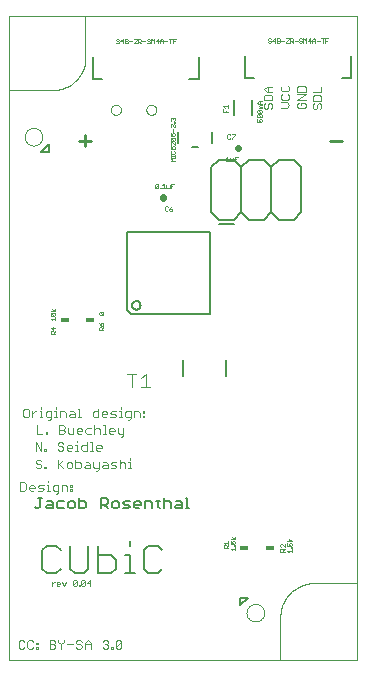
<source format=gto>
G75*
G70*
%OFA0B0*%
%FSLAX24Y24*%
%IPPOS*%
%LPD*%
%AMOC8*
5,1,8,0,0,1.08239X$1,22.5*
%
%ADD10C,0.0000*%
%ADD11C,0.0110*%
%ADD12C,0.0040*%
%ADD13C,0.0080*%
%ADD14C,0.0020*%
%ADD15C,0.0050*%
%ADD16C,0.0060*%
%ADD17R,0.0300X0.0180*%
%ADD18C,0.0010*%
%ADD19C,0.0220*%
D10*
X001008Y001834D02*
X001008Y020830D01*
X002475Y020830D01*
X002538Y020832D01*
X002602Y020837D01*
X002665Y020847D01*
X002727Y020859D01*
X002788Y020876D01*
X002848Y020896D01*
X002908Y020919D01*
X002965Y020946D01*
X003021Y020976D01*
X003075Y021010D01*
X003127Y021046D01*
X003177Y021085D01*
X003224Y021128D01*
X003269Y021173D01*
X003312Y021220D01*
X003351Y021270D01*
X003387Y021322D01*
X003421Y021376D01*
X003451Y021432D01*
X003478Y021489D01*
X003501Y021549D01*
X003521Y021609D01*
X003538Y021670D01*
X003550Y021732D01*
X003560Y021795D01*
X003565Y021859D01*
X003567Y021922D01*
X003567Y023291D01*
X012622Y023291D01*
X012622Y004393D01*
X011189Y004393D01*
X011124Y004391D01*
X011058Y004385D01*
X010993Y004376D01*
X010929Y004363D01*
X010866Y004346D01*
X010804Y004325D01*
X010743Y004301D01*
X010684Y004273D01*
X010626Y004242D01*
X010570Y004208D01*
X010517Y004170D01*
X010465Y004130D01*
X010416Y004086D01*
X010370Y004040D01*
X010326Y003991D01*
X010286Y003939D01*
X010248Y003886D01*
X010214Y003830D01*
X010183Y003772D01*
X010155Y003713D01*
X010131Y003652D01*
X010110Y003590D01*
X010093Y003527D01*
X010080Y003463D01*
X010071Y003398D01*
X010065Y003332D01*
X010063Y003267D01*
X010063Y001834D01*
X001008Y001834D01*
X008933Y003409D02*
X008935Y003443D01*
X008941Y003477D01*
X008951Y003510D01*
X008964Y003541D01*
X008982Y003571D01*
X009002Y003599D01*
X009026Y003624D01*
X009052Y003646D01*
X009080Y003664D01*
X009111Y003680D01*
X009143Y003692D01*
X009177Y003700D01*
X009211Y003704D01*
X009245Y003704D01*
X009279Y003700D01*
X009313Y003692D01*
X009345Y003680D01*
X009375Y003664D01*
X009404Y003646D01*
X009430Y003624D01*
X009454Y003599D01*
X009474Y003571D01*
X009492Y003541D01*
X009505Y003510D01*
X009515Y003477D01*
X009521Y003443D01*
X009523Y003409D01*
X009521Y003375D01*
X009515Y003341D01*
X009505Y003308D01*
X009492Y003277D01*
X009474Y003247D01*
X009454Y003219D01*
X009430Y003194D01*
X009404Y003172D01*
X009376Y003154D01*
X009345Y003138D01*
X009313Y003126D01*
X009279Y003118D01*
X009245Y003114D01*
X009211Y003114D01*
X009177Y003118D01*
X009143Y003126D01*
X009111Y003138D01*
X009080Y003154D01*
X009052Y003172D01*
X009026Y003194D01*
X009002Y003219D01*
X008982Y003247D01*
X008964Y003277D01*
X008951Y003308D01*
X008941Y003341D01*
X008935Y003375D01*
X008933Y003409D01*
X010063Y001834D02*
X012622Y001834D01*
X012622Y004393D01*
X005596Y020168D02*
X005598Y020193D01*
X005604Y020218D01*
X005613Y020242D01*
X005626Y020264D01*
X005643Y020284D01*
X005662Y020301D01*
X005683Y020315D01*
X005707Y020325D01*
X005731Y020332D01*
X005757Y020335D01*
X005782Y020334D01*
X005807Y020329D01*
X005831Y020320D01*
X005854Y020308D01*
X005874Y020293D01*
X005892Y020274D01*
X005907Y020253D01*
X005918Y020230D01*
X005926Y020206D01*
X005930Y020181D01*
X005930Y020155D01*
X005926Y020130D01*
X005918Y020106D01*
X005907Y020083D01*
X005892Y020062D01*
X005874Y020043D01*
X005854Y020028D01*
X005831Y020016D01*
X005807Y020007D01*
X005782Y020002D01*
X005757Y020001D01*
X005731Y020004D01*
X005707Y020011D01*
X005683Y020021D01*
X005662Y020035D01*
X005643Y020052D01*
X005626Y020072D01*
X005613Y020094D01*
X005604Y020118D01*
X005598Y020143D01*
X005596Y020168D01*
X004415Y020168D02*
X004417Y020193D01*
X004423Y020218D01*
X004432Y020242D01*
X004445Y020264D01*
X004462Y020284D01*
X004481Y020301D01*
X004502Y020315D01*
X004526Y020325D01*
X004550Y020332D01*
X004576Y020335D01*
X004601Y020334D01*
X004626Y020329D01*
X004650Y020320D01*
X004673Y020308D01*
X004693Y020293D01*
X004711Y020274D01*
X004726Y020253D01*
X004737Y020230D01*
X004745Y020206D01*
X004749Y020181D01*
X004749Y020155D01*
X004745Y020130D01*
X004737Y020106D01*
X004726Y020083D01*
X004711Y020062D01*
X004693Y020043D01*
X004673Y020028D01*
X004650Y020016D01*
X004626Y020007D01*
X004601Y020002D01*
X004576Y020001D01*
X004550Y020004D01*
X004526Y020011D01*
X004502Y020021D01*
X004481Y020035D01*
X004462Y020052D01*
X004445Y020072D01*
X004432Y020094D01*
X004423Y020118D01*
X004417Y020143D01*
X004415Y020168D01*
X003567Y023291D02*
X001008Y023291D01*
X001008Y020830D01*
X001540Y019275D02*
X001542Y019309D01*
X001548Y019343D01*
X001558Y019376D01*
X001571Y019407D01*
X001589Y019437D01*
X001609Y019465D01*
X001633Y019490D01*
X001659Y019512D01*
X001687Y019530D01*
X001718Y019546D01*
X001750Y019558D01*
X001784Y019566D01*
X001818Y019570D01*
X001852Y019570D01*
X001886Y019566D01*
X001920Y019558D01*
X001952Y019546D01*
X001982Y019530D01*
X002011Y019512D01*
X002037Y019490D01*
X002061Y019465D01*
X002081Y019437D01*
X002099Y019407D01*
X002112Y019376D01*
X002122Y019343D01*
X002128Y019309D01*
X002130Y019275D01*
X002128Y019241D01*
X002122Y019207D01*
X002112Y019174D01*
X002099Y019143D01*
X002081Y019113D01*
X002061Y019085D01*
X002037Y019060D01*
X002011Y019038D01*
X001983Y019020D01*
X001952Y019004D01*
X001920Y018992D01*
X001886Y018984D01*
X001852Y018980D01*
X001818Y018980D01*
X001784Y018984D01*
X001750Y018992D01*
X001718Y019004D01*
X001687Y019020D01*
X001659Y019038D01*
X001633Y019060D01*
X001609Y019085D01*
X001589Y019113D01*
X001571Y019143D01*
X001558Y019174D01*
X001548Y019207D01*
X001542Y019241D01*
X001540Y019275D01*
D11*
X003345Y019147D02*
X003739Y019147D01*
X003542Y019344D02*
X003542Y018950D01*
X011731Y019147D02*
X012124Y019147D01*
D12*
X005726Y010919D02*
X005419Y010919D01*
X005573Y010919D02*
X005573Y011380D01*
X005419Y011226D01*
X005266Y011380D02*
X004959Y011380D01*
X005112Y011380D02*
X005112Y010919D01*
X004737Y010254D02*
X004737Y010208D01*
X004737Y010114D02*
X004737Y009928D01*
X004783Y009928D02*
X004690Y009928D01*
X004582Y009974D02*
X004535Y010021D01*
X004442Y010021D01*
X004395Y010068D01*
X004442Y010114D01*
X004582Y010114D01*
X004690Y010114D02*
X004737Y010114D01*
X004886Y010068D02*
X004886Y009974D01*
X004933Y009928D01*
X005073Y009928D01*
X005073Y009881D02*
X005073Y010114D01*
X004933Y010114D01*
X004886Y010068D01*
X004980Y009834D02*
X005026Y009834D01*
X005073Y009881D01*
X005181Y009928D02*
X005181Y010114D01*
X005321Y010114D01*
X005368Y010068D01*
X005368Y009928D01*
X005476Y009928D02*
X005476Y009974D01*
X005522Y009974D01*
X005522Y009928D01*
X005476Y009928D01*
X005476Y010068D02*
X005476Y010114D01*
X005522Y010114D01*
X005522Y010068D01*
X005476Y010068D01*
X004833Y009560D02*
X004833Y009327D01*
X004786Y009280D01*
X004739Y009280D01*
X004693Y009373D02*
X004833Y009373D01*
X004693Y009373D02*
X004646Y009420D01*
X004646Y009560D01*
X004538Y009513D02*
X004538Y009467D01*
X004351Y009467D01*
X004351Y009513D02*
X004398Y009560D01*
X004492Y009560D01*
X004538Y009513D01*
X004492Y009373D02*
X004398Y009373D01*
X004351Y009420D01*
X004351Y009513D01*
X004248Y009373D02*
X004155Y009373D01*
X004202Y009373D02*
X004202Y009653D01*
X004155Y009653D01*
X004047Y009513D02*
X004047Y009373D01*
X004047Y009513D02*
X004001Y009560D01*
X003907Y009560D01*
X003860Y009513D01*
X003753Y009560D02*
X003612Y009560D01*
X003566Y009513D01*
X003566Y009420D01*
X003612Y009373D01*
X003753Y009373D01*
X003860Y009373D02*
X003860Y009653D01*
X003853Y009928D02*
X003806Y009974D01*
X003806Y010068D01*
X003853Y010114D01*
X003993Y010114D01*
X003993Y010208D02*
X003993Y009928D01*
X003853Y009928D01*
X004101Y009974D02*
X004101Y010068D01*
X004147Y010114D01*
X004241Y010114D01*
X004287Y010068D01*
X004287Y010021D01*
X004101Y010021D01*
X004101Y009974D02*
X004147Y009928D01*
X004241Y009928D01*
X004395Y009928D02*
X004535Y009928D01*
X004582Y009974D01*
X004059Y008999D02*
X003966Y008999D01*
X003919Y008953D01*
X003919Y008859D01*
X003966Y008813D01*
X004059Y008813D01*
X004106Y008906D02*
X003919Y008906D01*
X003816Y008813D02*
X003723Y008813D01*
X003769Y008813D02*
X003769Y009093D01*
X003723Y009093D01*
X003615Y009093D02*
X003615Y008813D01*
X003475Y008813D01*
X003428Y008859D01*
X003428Y008953D01*
X003475Y008999D01*
X003615Y008999D01*
X003411Y009373D02*
X003318Y009373D01*
X003271Y009420D01*
X003271Y009513D01*
X003318Y009560D01*
X003411Y009560D01*
X003458Y009513D01*
X003458Y009467D01*
X003271Y009467D01*
X003163Y009560D02*
X003163Y009373D01*
X003023Y009373D01*
X002976Y009420D01*
X002976Y009560D01*
X002869Y009560D02*
X002822Y009513D01*
X002682Y009513D01*
X002682Y009373D02*
X002822Y009373D01*
X002869Y009420D01*
X002869Y009467D01*
X002822Y009513D01*
X002869Y009560D02*
X002869Y009607D01*
X002822Y009653D01*
X002682Y009653D01*
X002682Y009373D01*
X002689Y009093D02*
X002642Y009046D01*
X002642Y008999D01*
X002689Y008953D01*
X002783Y008953D01*
X002829Y008906D01*
X002829Y008859D01*
X002783Y008813D01*
X002689Y008813D01*
X002642Y008859D01*
X002689Y009093D02*
X002783Y009093D01*
X002829Y009046D01*
X002937Y008953D02*
X002937Y008859D01*
X002984Y008813D01*
X003077Y008813D01*
X003124Y008906D02*
X002937Y008906D01*
X002937Y008953D02*
X002984Y008999D01*
X003077Y008999D01*
X003124Y008953D01*
X003124Y008906D01*
X003232Y008813D02*
X003325Y008813D01*
X003278Y008813D02*
X003278Y008999D01*
X003232Y008999D01*
X003278Y009093D02*
X003278Y009140D01*
X003232Y008511D02*
X003232Y008231D01*
X003372Y008231D01*
X003419Y008277D01*
X003419Y008371D01*
X003372Y008418D01*
X003232Y008418D01*
X003124Y008371D02*
X003077Y008418D01*
X002984Y008418D01*
X002937Y008371D01*
X002937Y008277D01*
X002984Y008231D01*
X003077Y008231D01*
X003124Y008277D01*
X003124Y008371D01*
X002829Y008511D02*
X002642Y008324D01*
X002689Y008371D02*
X002829Y008231D01*
X002642Y008231D02*
X002642Y008511D01*
X002247Y008277D02*
X002247Y008231D01*
X002200Y008231D01*
X002200Y008277D01*
X002247Y008277D01*
X002093Y008277D02*
X002046Y008231D01*
X001953Y008231D01*
X001906Y008277D01*
X001953Y008371D02*
X002046Y008371D01*
X002093Y008324D01*
X002093Y008277D01*
X001953Y008371D02*
X001906Y008418D01*
X001906Y008464D01*
X001953Y008511D01*
X002046Y008511D01*
X002093Y008464D01*
X002093Y008813D02*
X002093Y009093D01*
X001906Y009093D02*
X001906Y008813D01*
X002093Y008813D02*
X001906Y009093D01*
X001945Y009373D02*
X002132Y009373D01*
X002240Y009373D02*
X002240Y009420D01*
X002287Y009420D01*
X002287Y009373D01*
X002240Y009373D01*
X001945Y009373D02*
X001945Y009653D01*
X002038Y009928D02*
X002131Y009928D01*
X002085Y009928D02*
X002085Y010114D01*
X002038Y010114D01*
X002085Y010208D02*
X002085Y010254D01*
X001933Y010114D02*
X001886Y010114D01*
X001793Y010021D01*
X001793Y009928D02*
X001793Y010114D01*
X001685Y010161D02*
X001638Y010208D01*
X001545Y010208D01*
X001498Y010161D01*
X001498Y009974D01*
X001545Y009928D01*
X001638Y009928D01*
X001685Y009974D01*
X001685Y010161D01*
X002235Y010068D02*
X002235Y009974D01*
X002281Y009928D01*
X002421Y009928D01*
X002421Y009881D02*
X002421Y010114D01*
X002281Y010114D01*
X002235Y010068D01*
X002328Y009834D02*
X002375Y009834D01*
X002421Y009881D01*
X002529Y009928D02*
X002623Y009928D01*
X002576Y009928D02*
X002576Y010114D01*
X002529Y010114D01*
X002576Y010208D02*
X002576Y010254D01*
X002726Y010114D02*
X002866Y010114D01*
X002912Y010068D01*
X002912Y009928D01*
X003020Y009974D02*
X003067Y010021D01*
X003207Y010021D01*
X003207Y010068D02*
X003207Y009928D01*
X003067Y009928D01*
X003020Y009974D01*
X003067Y010114D02*
X003160Y010114D01*
X003207Y010068D01*
X003315Y010208D02*
X003362Y010208D01*
X003362Y009928D01*
X003408Y009928D02*
X003315Y009928D01*
X002726Y009928D02*
X002726Y010114D01*
X002247Y008859D02*
X002247Y008813D01*
X002200Y008813D01*
X002200Y008859D01*
X002247Y008859D01*
X002325Y007800D02*
X002325Y007753D01*
X002325Y007659D02*
X002278Y007659D01*
X002325Y007659D02*
X002325Y007473D01*
X002371Y007473D02*
X002278Y007473D01*
X002170Y007519D02*
X002123Y007566D01*
X002030Y007566D01*
X001983Y007613D01*
X002030Y007659D01*
X002170Y007659D01*
X002170Y007519D02*
X002123Y007473D01*
X001983Y007473D01*
X001875Y007566D02*
X001689Y007566D01*
X001689Y007519D02*
X001689Y007613D01*
X001735Y007659D01*
X001829Y007659D01*
X001875Y007613D01*
X001875Y007566D01*
X001829Y007473D02*
X001735Y007473D01*
X001689Y007519D01*
X001581Y007519D02*
X001581Y007706D01*
X001534Y007753D01*
X001394Y007753D01*
X001394Y007473D01*
X001534Y007473D01*
X001581Y007519D01*
X002474Y007519D02*
X002521Y007473D01*
X002661Y007473D01*
X002661Y007426D02*
X002661Y007659D01*
X002521Y007659D01*
X002474Y007613D01*
X002474Y007519D01*
X002568Y007379D02*
X002614Y007379D01*
X002661Y007426D01*
X002769Y007473D02*
X002769Y007659D01*
X002909Y007659D01*
X002956Y007613D01*
X002956Y007473D01*
X003064Y007473D02*
X003064Y007519D01*
X003110Y007519D01*
X003110Y007473D01*
X003064Y007473D01*
X003064Y007613D02*
X003064Y007659D01*
X003110Y007659D01*
X003110Y007613D01*
X003064Y007613D01*
X003573Y008231D02*
X003526Y008277D01*
X003573Y008324D01*
X003713Y008324D01*
X003713Y008371D02*
X003713Y008231D01*
X003573Y008231D01*
X003573Y008418D02*
X003666Y008418D01*
X003713Y008371D01*
X003821Y008418D02*
X003821Y008277D01*
X003868Y008231D01*
X004008Y008231D01*
X004008Y008184D02*
X003961Y008137D01*
X003914Y008137D01*
X004008Y008184D02*
X004008Y008418D01*
X004162Y008418D02*
X004256Y008418D01*
X004302Y008371D01*
X004302Y008231D01*
X004162Y008231D01*
X004116Y008277D01*
X004162Y008324D01*
X004302Y008324D01*
X004410Y008371D02*
X004457Y008418D01*
X004597Y008418D01*
X004550Y008324D02*
X004457Y008324D01*
X004410Y008371D01*
X004410Y008231D02*
X004550Y008231D01*
X004597Y008277D01*
X004550Y008324D01*
X004705Y008371D02*
X004752Y008418D01*
X004845Y008418D01*
X004892Y008371D01*
X004892Y008231D01*
X005000Y008231D02*
X005093Y008231D01*
X005046Y008231D02*
X005046Y008418D01*
X005000Y008418D01*
X005046Y008511D02*
X005046Y008558D01*
X004705Y008511D02*
X004705Y008231D01*
X004106Y008906D02*
X004106Y008953D01*
X004059Y008999D01*
X004184Y002492D02*
X004277Y002492D01*
X004324Y002446D01*
X004324Y002399D01*
X004277Y002352D01*
X004324Y002305D01*
X004324Y002259D01*
X004277Y002212D01*
X004184Y002212D01*
X004137Y002259D01*
X004231Y002352D02*
X004277Y002352D01*
X004137Y002446D02*
X004184Y002492D01*
X004432Y002259D02*
X004479Y002259D01*
X004479Y002212D01*
X004432Y002212D01*
X004432Y002259D01*
X004579Y002259D02*
X004766Y002446D01*
X004766Y002259D01*
X004719Y002212D01*
X004626Y002212D01*
X004579Y002259D01*
X004579Y002446D01*
X004626Y002492D01*
X004719Y002492D01*
X004766Y002446D01*
X003735Y002399D02*
X003735Y002212D01*
X003735Y002352D02*
X003548Y002352D01*
X003548Y002399D02*
X003641Y002492D01*
X003735Y002399D01*
X003548Y002399D02*
X003548Y002212D01*
X003440Y002259D02*
X003393Y002212D01*
X003300Y002212D01*
X003253Y002259D01*
X003300Y002352D02*
X003393Y002352D01*
X003440Y002305D01*
X003440Y002259D01*
X003300Y002352D02*
X003253Y002399D01*
X003253Y002446D01*
X003300Y002492D01*
X003393Y002492D01*
X003440Y002446D01*
X003145Y002352D02*
X002959Y002352D01*
X002851Y002446D02*
X002851Y002492D01*
X002851Y002446D02*
X002757Y002352D01*
X002757Y002212D01*
X002757Y002352D02*
X002664Y002446D01*
X002664Y002492D01*
X002556Y002446D02*
X002556Y002399D01*
X002509Y002352D01*
X002369Y002352D01*
X002369Y002212D02*
X002509Y002212D01*
X002556Y002259D01*
X002556Y002305D01*
X002509Y002352D01*
X002556Y002446D02*
X002509Y002492D01*
X002369Y002492D01*
X002369Y002212D01*
X001974Y002212D02*
X001927Y002212D01*
X001927Y002259D01*
X001974Y002259D01*
X001974Y002212D01*
X001974Y002352D02*
X001927Y002352D01*
X001927Y002399D01*
X001974Y002399D01*
X001974Y002352D01*
X001820Y002259D02*
X001773Y002212D01*
X001679Y002212D01*
X001633Y002259D01*
X001633Y002446D01*
X001679Y002492D01*
X001773Y002492D01*
X001820Y002446D01*
X001525Y002446D02*
X001478Y002492D01*
X001385Y002492D01*
X001338Y002446D01*
X001338Y002259D01*
X001385Y002212D01*
X001478Y002212D01*
X001525Y002259D01*
D13*
X002286Y004720D02*
X002132Y004873D01*
X002132Y005487D01*
X002286Y005641D01*
X002592Y005641D01*
X002746Y005487D01*
X003053Y005641D02*
X003053Y004873D01*
X003206Y004720D01*
X003513Y004720D01*
X003667Y004873D01*
X003667Y005641D01*
X003974Y005641D02*
X003974Y004720D01*
X004434Y004720D01*
X004587Y004873D01*
X004587Y005180D01*
X004434Y005334D01*
X003974Y005334D01*
X004894Y005334D02*
X005048Y005334D01*
X005048Y004720D01*
X005201Y004720D02*
X004894Y004720D01*
X005048Y005641D02*
X005048Y005794D01*
X005508Y005487D02*
X005508Y004873D01*
X005662Y004720D01*
X005969Y004720D01*
X006122Y004873D01*
X006122Y005487D02*
X005969Y005641D01*
X005662Y005641D01*
X005508Y005487D01*
X002746Y004873D02*
X002592Y004720D01*
X002286Y004720D01*
X006827Y011303D02*
X006827Y011815D01*
X008244Y011815D02*
X008244Y011303D01*
X008006Y016368D02*
X008506Y016368D01*
X008506Y016500D02*
X008006Y016500D01*
X007756Y016750D01*
X007756Y018250D01*
X008006Y018500D01*
X008506Y018500D01*
X008756Y018250D01*
X008756Y016750D01*
X009006Y016500D01*
X009506Y016500D01*
X009756Y016750D01*
X009756Y018250D01*
X010006Y018500D01*
X010506Y018500D01*
X010756Y018250D01*
X010756Y016750D01*
X010506Y016500D01*
X010006Y016500D01*
X009756Y016750D01*
X008756Y016750D02*
X008506Y016500D01*
X008756Y018250D02*
X009006Y018500D01*
X009506Y018500D01*
X009756Y018250D01*
X009101Y020008D02*
X009101Y020508D01*
X008501Y020508D02*
X008501Y020008D01*
X007773Y019414D02*
X007773Y019076D01*
X007319Y018926D02*
X007108Y018926D01*
X006653Y019076D02*
X006653Y019414D01*
D14*
X009513Y020252D02*
X009560Y020206D01*
X009606Y020206D01*
X009653Y020252D01*
X009653Y020346D01*
X009700Y020393D01*
X009746Y020393D01*
X009793Y020346D01*
X009793Y020252D01*
X009746Y020206D01*
X009513Y020252D02*
X009513Y020346D01*
X009560Y020393D01*
X009513Y020482D02*
X009513Y020622D01*
X009560Y020669D01*
X009746Y020669D01*
X009793Y020622D01*
X009793Y020482D01*
X009513Y020482D01*
X009606Y020758D02*
X009513Y020852D01*
X009606Y020945D01*
X009793Y020945D01*
X009653Y020945D02*
X009653Y020758D01*
X009606Y020758D02*
X009793Y020758D01*
X010086Y020829D02*
X010133Y020782D01*
X010320Y020782D01*
X010366Y020829D01*
X010366Y020922D01*
X010320Y020969D01*
X010133Y020969D02*
X010086Y020922D01*
X010086Y020829D01*
X010133Y020692D02*
X010086Y020646D01*
X010086Y020552D01*
X010133Y020506D01*
X010320Y020506D01*
X010366Y020552D01*
X010366Y020646D01*
X010320Y020692D01*
X010273Y020416D02*
X010086Y020416D01*
X010086Y020229D02*
X010273Y020229D01*
X010366Y020323D01*
X010273Y020416D01*
X010622Y020366D02*
X010622Y020272D01*
X010668Y020225D01*
X010855Y020225D01*
X010902Y020272D01*
X010902Y020366D01*
X010855Y020412D01*
X010762Y020412D01*
X010762Y020319D01*
X010668Y020412D02*
X010622Y020366D01*
X010622Y020502D02*
X010902Y020688D01*
X010622Y020688D01*
X010622Y020778D02*
X010622Y020918D01*
X010668Y020965D01*
X010855Y020965D01*
X010902Y020918D01*
X010902Y020778D01*
X010622Y020778D01*
X010622Y020502D02*
X010902Y020502D01*
X011152Y020473D02*
X011152Y020613D01*
X011199Y020660D01*
X011386Y020660D01*
X011433Y020613D01*
X011433Y020473D01*
X011152Y020473D01*
X011199Y020384D02*
X011152Y020337D01*
X011152Y020243D01*
X011199Y020197D01*
X011246Y020197D01*
X011292Y020243D01*
X011292Y020337D01*
X011339Y020384D01*
X011386Y020384D01*
X011433Y020337D01*
X011433Y020243D01*
X011386Y020197D01*
X011433Y020749D02*
X011152Y020749D01*
X011433Y020749D02*
X011433Y020936D01*
X003704Y004488D02*
X003614Y004398D01*
X003734Y004398D01*
X003704Y004308D02*
X003704Y004488D01*
X003550Y004458D02*
X003550Y004338D01*
X003520Y004308D01*
X003460Y004308D01*
X003430Y004338D01*
X003550Y004458D01*
X003520Y004488D01*
X003460Y004488D01*
X003430Y004458D01*
X003430Y004338D01*
X003368Y004338D02*
X003368Y004308D01*
X003338Y004308D01*
X003338Y004338D01*
X003368Y004338D01*
X003274Y004338D02*
X003244Y004308D01*
X003184Y004308D01*
X003154Y004338D01*
X003274Y004458D01*
X003274Y004338D01*
X003274Y004458D02*
X003244Y004488D01*
X003184Y004488D01*
X003154Y004458D01*
X003154Y004338D01*
X002905Y004428D02*
X002845Y004308D01*
X002785Y004428D01*
X002721Y004398D02*
X002721Y004368D01*
X002601Y004368D01*
X002601Y004338D02*
X002601Y004398D01*
X002631Y004428D01*
X002691Y004428D01*
X002721Y004398D01*
X002691Y004308D02*
X002631Y004308D01*
X002601Y004338D01*
X002538Y004428D02*
X002508Y004428D01*
X002448Y004368D01*
X002448Y004308D02*
X002448Y004428D01*
D15*
X002473Y006887D02*
X002298Y006887D01*
X002240Y006945D01*
X002298Y007004D01*
X002473Y007004D01*
X002473Y007062D02*
X002473Y006887D01*
X002608Y006945D02*
X002666Y006887D01*
X002842Y006887D01*
X002976Y006945D02*
X003035Y006887D01*
X003151Y006887D01*
X003210Y006945D01*
X003210Y007062D01*
X003151Y007121D01*
X003035Y007121D01*
X002976Y007062D01*
X002976Y006945D01*
X002842Y007121D02*
X002666Y007121D01*
X002608Y007062D01*
X002608Y006945D01*
X002473Y007062D02*
X002415Y007121D01*
X002298Y007121D01*
X002105Y007237D02*
X001988Y007237D01*
X002047Y007237D02*
X002047Y006945D01*
X001988Y006887D01*
X001930Y006887D01*
X001871Y006945D01*
X003345Y006887D02*
X003520Y006887D01*
X003578Y006945D01*
X003578Y007062D01*
X003520Y007121D01*
X003345Y007121D01*
X003345Y007237D02*
X003345Y006887D01*
X004081Y006887D02*
X004081Y007237D01*
X004256Y007237D01*
X004315Y007179D01*
X004315Y007062D01*
X004256Y007004D01*
X004081Y007004D01*
X004198Y007004D02*
X004315Y006887D01*
X004450Y006945D02*
X004508Y006887D01*
X004625Y006887D01*
X004683Y006945D01*
X004683Y007062D01*
X004625Y007121D01*
X004508Y007121D01*
X004450Y007062D01*
X004450Y006945D01*
X004818Y006887D02*
X004993Y006887D01*
X005051Y006945D01*
X004993Y007004D01*
X004876Y007004D01*
X004818Y007062D01*
X004876Y007121D01*
X005051Y007121D01*
X005186Y007062D02*
X005245Y007121D01*
X005361Y007121D01*
X005420Y007062D01*
X005420Y007004D01*
X005186Y007004D01*
X005186Y007062D02*
X005186Y006945D01*
X005245Y006887D01*
X005361Y006887D01*
X005555Y006887D02*
X005555Y007121D01*
X005730Y007121D01*
X005788Y007062D01*
X005788Y006887D01*
X005923Y007121D02*
X006040Y007121D01*
X005981Y007179D02*
X005981Y006945D01*
X006040Y006887D01*
X006168Y006887D02*
X006168Y007237D01*
X006227Y007121D02*
X006343Y007121D01*
X006402Y007062D01*
X006402Y006887D01*
X006537Y006945D02*
X006595Y007004D01*
X006770Y007004D01*
X006770Y007062D02*
X006770Y006887D01*
X006595Y006887D01*
X006537Y006945D01*
X006595Y007121D02*
X006712Y007121D01*
X006770Y007062D01*
X006905Y006887D02*
X007022Y006887D01*
X006963Y006887D02*
X006963Y007237D01*
X006905Y007237D01*
X006227Y007121D02*
X006168Y007062D01*
X008728Y003909D02*
X008728Y003659D01*
X008978Y003909D01*
X008728Y003909D01*
X002335Y018775D02*
X002085Y018775D01*
X002335Y019025D01*
X002335Y018775D01*
X003803Y021198D02*
X004118Y021198D01*
X003803Y021198D02*
X003803Y021946D01*
X007031Y021198D02*
X007346Y021198D01*
X007346Y021946D01*
X008874Y021966D02*
X008874Y021218D01*
X009189Y021218D01*
X012102Y021218D02*
X012417Y021218D01*
X012417Y021966D01*
D16*
X007720Y016113D02*
X007720Y013353D01*
X005100Y013353D01*
X004960Y013493D01*
X004960Y016113D01*
X007720Y016113D01*
X005119Y013653D02*
X005121Y013676D01*
X005127Y013699D01*
X005136Y013720D01*
X005149Y013740D01*
X005165Y013757D01*
X005183Y013771D01*
X005203Y013782D01*
X005225Y013790D01*
X005248Y013794D01*
X005272Y013794D01*
X005295Y013790D01*
X005317Y013782D01*
X005337Y013771D01*
X005355Y013757D01*
X005371Y013740D01*
X005384Y013720D01*
X005393Y013699D01*
X005399Y013676D01*
X005401Y013653D01*
X005399Y013630D01*
X005393Y013607D01*
X005384Y013586D01*
X005371Y013566D01*
X005355Y013549D01*
X005337Y013535D01*
X005317Y013524D01*
X005295Y013516D01*
X005272Y013512D01*
X005248Y013512D01*
X005225Y013516D01*
X005203Y013524D01*
X005183Y013535D01*
X005165Y013549D01*
X005149Y013566D01*
X005136Y013586D01*
X005127Y013607D01*
X005121Y013630D01*
X005119Y013653D01*
D17*
X003720Y013173D03*
X002886Y013173D03*
X008854Y005567D03*
X009717Y005578D03*
D18*
X010061Y005614D02*
X010086Y005589D01*
X010061Y005614D02*
X010061Y005664D01*
X010086Y005689D01*
X010111Y005689D01*
X010211Y005589D01*
X010211Y005689D01*
X010295Y005735D02*
X010295Y005635D01*
X010370Y005635D01*
X010345Y005685D01*
X010345Y005710D01*
X010370Y005735D01*
X010420Y005735D01*
X010445Y005710D01*
X010445Y005660D01*
X010420Y005635D01*
X010420Y005586D02*
X010445Y005586D01*
X010445Y005561D01*
X010420Y005561D01*
X010420Y005586D01*
X010445Y005514D02*
X010445Y005414D01*
X010445Y005464D02*
X010295Y005464D01*
X010345Y005414D01*
X010211Y005442D02*
X010061Y005442D01*
X010061Y005517D01*
X010086Y005542D01*
X010136Y005542D01*
X010161Y005517D01*
X010161Y005442D01*
X010161Y005492D02*
X010211Y005542D01*
X010295Y005782D02*
X010445Y005782D01*
X010395Y005782D02*
X010445Y005857D01*
X010395Y005782D02*
X010345Y005857D01*
X008559Y005849D02*
X008409Y005849D01*
X008409Y005802D02*
X008409Y005702D01*
X008484Y005702D01*
X008459Y005752D01*
X008459Y005777D01*
X008484Y005802D01*
X008534Y005802D01*
X008559Y005777D01*
X008559Y005727D01*
X008534Y005702D01*
X008534Y005653D02*
X008559Y005653D01*
X008559Y005628D01*
X008534Y005628D01*
X008534Y005653D01*
X008559Y005581D02*
X008559Y005481D01*
X008559Y005531D02*
X008409Y005531D01*
X008459Y005481D01*
X008325Y005548D02*
X008175Y005548D01*
X008175Y005623D01*
X008200Y005648D01*
X008250Y005648D01*
X008275Y005623D01*
X008275Y005548D01*
X008275Y005598D02*
X008325Y005648D01*
X008325Y005696D02*
X008325Y005796D01*
X008325Y005746D02*
X008175Y005746D01*
X008225Y005696D01*
X008509Y005849D02*
X008459Y005924D01*
X008509Y005849D02*
X008559Y005924D01*
X004164Y012828D02*
X004013Y012828D01*
X004013Y012903D01*
X004038Y012928D01*
X004088Y012928D01*
X004113Y012903D01*
X004113Y012828D01*
X004113Y012878D02*
X004164Y012928D01*
X004139Y012975D02*
X004164Y013000D01*
X004164Y013050D01*
X004139Y013075D01*
X004113Y013075D01*
X004088Y013050D01*
X004088Y012975D01*
X004139Y012975D01*
X004088Y012975D02*
X004038Y013025D01*
X004013Y013075D01*
X004040Y013329D02*
X004015Y013354D01*
X004015Y013404D01*
X004040Y013429D01*
X004140Y013329D01*
X004165Y013354D01*
X004165Y013404D01*
X004140Y013429D01*
X004040Y013429D01*
X004040Y013329D02*
X004140Y013329D01*
X002551Y013333D02*
X002526Y013308D01*
X002426Y013408D01*
X002526Y013408D01*
X002551Y013383D01*
X002551Y013333D01*
X002526Y013308D02*
X002426Y013308D01*
X002401Y013333D01*
X002401Y013383D01*
X002426Y013408D01*
X002401Y013455D02*
X002551Y013455D01*
X002501Y013455D02*
X002451Y013530D01*
X002501Y013455D02*
X002551Y013530D01*
X002551Y013261D02*
X002551Y013161D01*
X002551Y013211D02*
X002401Y013211D01*
X002451Y013161D01*
X002478Y012929D02*
X002478Y012829D01*
X002403Y012904D01*
X002553Y012904D01*
X002553Y012782D02*
X002503Y012732D01*
X002503Y012757D02*
X002503Y012682D01*
X002553Y012682D02*
X002403Y012682D01*
X002403Y012757D01*
X002428Y012782D01*
X002478Y012782D01*
X002503Y012757D01*
X005924Y017553D02*
X005899Y017578D01*
X005999Y017678D01*
X005999Y017578D01*
X005974Y017553D01*
X005924Y017553D01*
X005899Y017578D02*
X005899Y017678D01*
X005924Y017703D01*
X005974Y017703D01*
X005999Y017678D01*
X006046Y017578D02*
X006071Y017578D01*
X006071Y017553D01*
X006046Y017553D01*
X006046Y017578D01*
X006120Y017553D02*
X006220Y017553D01*
X006170Y017553D02*
X006170Y017703D01*
X006120Y017653D01*
X006267Y017653D02*
X006267Y017578D01*
X006292Y017553D01*
X006368Y017553D01*
X006368Y017653D01*
X006415Y017628D02*
X006465Y017628D01*
X006415Y017553D02*
X006415Y017703D01*
X006515Y017703D01*
X006465Y016953D02*
X006415Y016928D01*
X006365Y016878D01*
X006440Y016878D01*
X006465Y016853D01*
X006465Y016828D01*
X006440Y016803D01*
X006390Y016803D01*
X006365Y016828D01*
X006365Y016878D01*
X006318Y016828D02*
X006292Y016803D01*
X006242Y016803D01*
X006217Y016828D01*
X006217Y016928D01*
X006242Y016953D01*
X006292Y016953D01*
X006318Y016928D01*
X006402Y018457D02*
X006452Y018508D01*
X006402Y018558D01*
X006552Y018558D01*
X006552Y018605D02*
X006552Y018655D01*
X006552Y018630D02*
X006402Y018630D01*
X006402Y018605D02*
X006402Y018655D01*
X006427Y018703D02*
X006527Y018703D01*
X006552Y018728D01*
X006552Y018778D01*
X006527Y018803D01*
X006527Y018850D02*
X006552Y018875D01*
X006552Y018925D01*
X006527Y018950D01*
X006477Y018950D01*
X006452Y018925D01*
X006452Y018900D01*
X006477Y018850D01*
X006402Y018850D01*
X006402Y018950D01*
X006427Y018998D02*
X006402Y019023D01*
X006402Y019073D01*
X006427Y019098D01*
X006452Y019098D01*
X006552Y018998D01*
X006552Y019098D01*
X006527Y019145D02*
X006427Y019245D01*
X006527Y019245D01*
X006552Y019220D01*
X006552Y019170D01*
X006527Y019145D01*
X006427Y019145D01*
X006402Y019170D01*
X006402Y019220D01*
X006427Y019245D01*
X006402Y019292D02*
X006477Y019292D01*
X006452Y019342D01*
X006452Y019367D01*
X006477Y019392D01*
X006527Y019392D01*
X006552Y019367D01*
X006552Y019317D01*
X006527Y019292D01*
X006402Y019292D02*
X006402Y019392D01*
X006477Y019440D02*
X006477Y019540D01*
X006527Y019587D02*
X006552Y019612D01*
X006552Y019662D01*
X006527Y019687D01*
X006502Y019687D01*
X006477Y019662D01*
X006477Y019637D01*
X006477Y019662D02*
X006452Y019687D01*
X006427Y019687D01*
X006402Y019662D01*
X006402Y019612D01*
X006427Y019587D01*
X006527Y019734D02*
X006527Y019759D01*
X006552Y019759D01*
X006552Y019734D01*
X006527Y019734D01*
X006527Y019808D02*
X006552Y019833D01*
X006552Y019883D01*
X006527Y019908D01*
X006502Y019908D01*
X006477Y019883D01*
X006477Y019858D01*
X006477Y019883D02*
X006452Y019908D01*
X006427Y019908D01*
X006402Y019883D01*
X006402Y019833D01*
X006427Y019808D01*
X006427Y018803D02*
X006402Y018778D01*
X006402Y018728D01*
X006427Y018703D01*
X006402Y018457D02*
X006552Y018457D01*
X008247Y018450D02*
X008347Y018450D01*
X008297Y018450D02*
X008297Y018600D01*
X008247Y018550D01*
X008394Y018550D02*
X008394Y018475D01*
X008419Y018450D01*
X008494Y018450D01*
X008494Y018550D01*
X008541Y018525D02*
X008591Y018525D01*
X008541Y018450D02*
X008541Y018600D01*
X008641Y018600D01*
X008444Y019200D02*
X008444Y019225D01*
X008544Y019325D01*
X008544Y019350D01*
X008444Y019350D01*
X008397Y019325D02*
X008372Y019350D01*
X008322Y019350D01*
X008297Y019325D01*
X008297Y019225D01*
X008322Y019200D01*
X008372Y019200D01*
X008397Y019225D01*
X008314Y020095D02*
X008164Y020095D01*
X008164Y020196D01*
X008214Y020243D02*
X008164Y020293D01*
X008314Y020293D01*
X008314Y020243D02*
X008314Y020343D01*
X008239Y020146D02*
X008239Y020095D01*
X009297Y020091D02*
X009297Y020141D01*
X009322Y020166D01*
X009423Y020066D01*
X009448Y020091D01*
X009448Y020141D01*
X009423Y020166D01*
X009322Y020166D01*
X009347Y020214D02*
X009347Y020239D01*
X009372Y020264D01*
X009347Y020289D01*
X009372Y020314D01*
X009448Y020314D01*
X009448Y020361D02*
X009347Y020361D01*
X009297Y020411D01*
X009347Y020461D01*
X009448Y020461D01*
X009372Y020461D02*
X009372Y020361D01*
X009372Y020264D02*
X009448Y020264D01*
X009448Y020214D02*
X009347Y020214D01*
X009297Y020091D02*
X009322Y020066D01*
X009423Y020066D01*
X009423Y020019D02*
X009322Y020019D01*
X009423Y019919D01*
X009448Y019944D01*
X009448Y019994D01*
X009423Y020019D01*
X009423Y019919D02*
X009322Y019919D01*
X009297Y019944D01*
X009297Y019994D01*
X009322Y020019D01*
X009297Y019872D02*
X009297Y019772D01*
X009372Y019772D01*
X009347Y019822D01*
X009347Y019847D01*
X009372Y019872D01*
X009423Y019872D01*
X009448Y019847D01*
X009448Y019797D01*
X009423Y019772D01*
X009676Y022404D02*
X009651Y022429D01*
X009676Y022404D02*
X009726Y022404D01*
X009751Y022429D01*
X009751Y022454D01*
X009726Y022479D01*
X009676Y022479D01*
X009651Y022504D01*
X009651Y022529D01*
X009676Y022554D01*
X009726Y022554D01*
X009751Y022529D01*
X009798Y022479D02*
X009898Y022479D01*
X009945Y022479D02*
X010020Y022479D01*
X010045Y022454D01*
X010045Y022429D01*
X010020Y022404D01*
X009945Y022404D01*
X009945Y022554D01*
X010020Y022554D01*
X010045Y022529D01*
X010045Y022504D01*
X010020Y022479D01*
X010093Y022479D02*
X010193Y022479D01*
X010240Y022429D02*
X010240Y022404D01*
X010340Y022404D01*
X010387Y022404D02*
X010387Y022554D01*
X010462Y022554D01*
X010487Y022529D01*
X010487Y022479D01*
X010462Y022454D01*
X010387Y022454D01*
X010437Y022454D02*
X010487Y022404D01*
X010535Y022479D02*
X010635Y022479D01*
X010682Y022504D02*
X010707Y022479D01*
X010757Y022479D01*
X010782Y022454D01*
X010782Y022429D01*
X010757Y022404D01*
X010707Y022404D01*
X010682Y022429D01*
X010682Y022504D02*
X010682Y022529D01*
X010707Y022554D01*
X010757Y022554D01*
X010782Y022529D01*
X010829Y022554D02*
X010879Y022504D01*
X010929Y022554D01*
X010929Y022404D01*
X010977Y022479D02*
X011077Y022479D01*
X011124Y022479D02*
X011224Y022479D01*
X011224Y022504D02*
X011224Y022404D01*
X011271Y022479D02*
X011371Y022479D01*
X011419Y022554D02*
X011519Y022554D01*
X011566Y022554D02*
X011666Y022554D01*
X011616Y022479D02*
X011566Y022479D01*
X011566Y022404D02*
X011566Y022554D01*
X011469Y022554D02*
X011469Y022404D01*
X011224Y022504D02*
X011174Y022554D01*
X011124Y022504D01*
X011124Y022404D01*
X011052Y022404D02*
X011052Y022554D01*
X010977Y022479D01*
X010829Y022404D02*
X010829Y022554D01*
X010340Y022554D02*
X010340Y022529D01*
X010240Y022429D01*
X010240Y022554D02*
X010340Y022554D01*
X009873Y022554D02*
X009873Y022404D01*
X009798Y022479D02*
X009873Y022554D01*
X006595Y022534D02*
X006495Y022534D01*
X006495Y022384D01*
X006495Y022459D02*
X006545Y022459D01*
X006448Y022534D02*
X006348Y022534D01*
X006398Y022534D02*
X006398Y022384D01*
X006300Y022459D02*
X006200Y022459D01*
X006153Y022459D02*
X006053Y022459D01*
X006053Y022484D02*
X006103Y022534D01*
X006153Y022484D01*
X006153Y022384D01*
X006053Y022384D02*
X006053Y022484D01*
X006006Y022459D02*
X005906Y022459D01*
X005981Y022534D01*
X005981Y022384D01*
X005858Y022384D02*
X005858Y022534D01*
X005808Y022484D01*
X005758Y022534D01*
X005758Y022384D01*
X005711Y022409D02*
X005686Y022384D01*
X005636Y022384D01*
X005611Y022409D01*
X005636Y022459D02*
X005686Y022459D01*
X005711Y022434D01*
X005711Y022409D01*
X005636Y022459D02*
X005611Y022484D01*
X005611Y022509D01*
X005636Y022534D01*
X005686Y022534D01*
X005711Y022509D01*
X005564Y022459D02*
X005464Y022459D01*
X005416Y022459D02*
X005391Y022434D01*
X005316Y022434D01*
X005316Y022384D02*
X005316Y022534D01*
X005391Y022534D01*
X005416Y022509D01*
X005416Y022459D01*
X005366Y022434D02*
X005416Y022384D01*
X005269Y022384D02*
X005169Y022384D01*
X005169Y022409D01*
X005269Y022509D01*
X005269Y022534D01*
X005169Y022534D01*
X005122Y022459D02*
X005022Y022459D01*
X004975Y022434D02*
X004975Y022409D01*
X004949Y022384D01*
X004874Y022384D01*
X004874Y022534D01*
X004949Y022534D01*
X004975Y022509D01*
X004975Y022484D01*
X004949Y022459D01*
X004874Y022459D01*
X004827Y022459D02*
X004727Y022459D01*
X004802Y022534D01*
X004802Y022384D01*
X004680Y022409D02*
X004655Y022384D01*
X004605Y022384D01*
X004580Y022409D01*
X004605Y022459D02*
X004580Y022484D01*
X004580Y022509D01*
X004605Y022534D01*
X004655Y022534D01*
X004680Y022509D01*
X004655Y022459D02*
X004680Y022434D01*
X004680Y022409D01*
X004655Y022459D02*
X004605Y022459D01*
X004949Y022459D02*
X004975Y022434D01*
D19*
X006157Y017270D02*
X006157Y017246D01*
X008642Y018883D02*
X008642Y018907D01*
M02*

</source>
